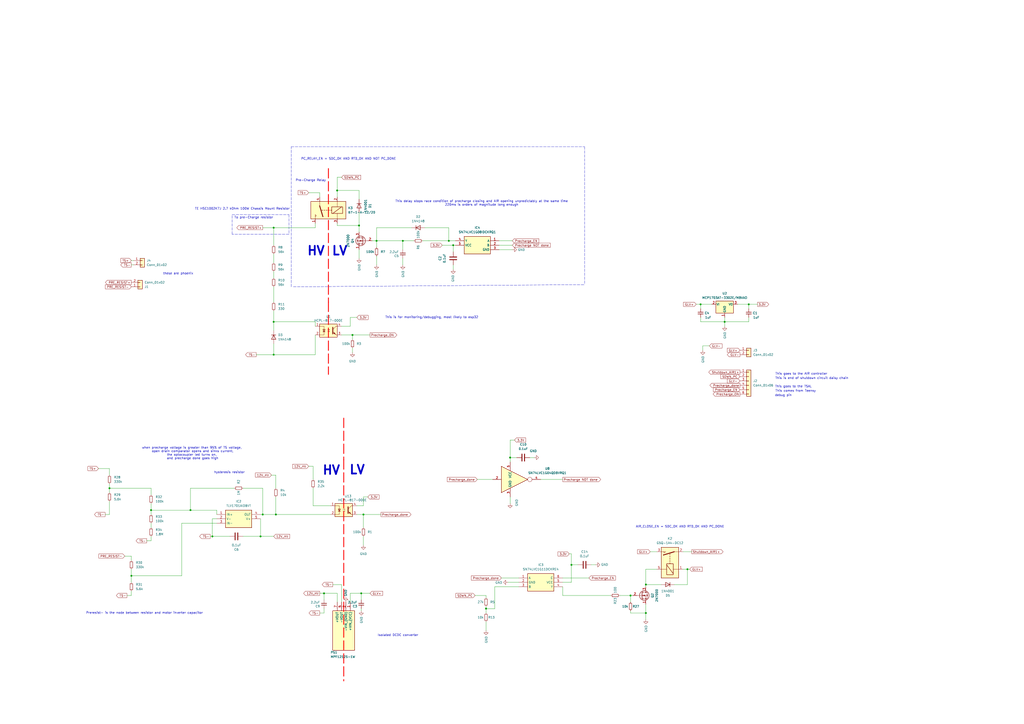
<source format=kicad_sch>
(kicad_sch (version 20250114) (generator "eeschema") (generator_version "9.0")
  (paper "A2")
  (title_block (title "Precharge Circuit") (date "2024-10-20") (rev "v10") (company "UCD Formula Student") (comment 1 "Original Author: Nebojša Cvetković") (comment 2 "Amended by: Darren Garrett in 2022 V09") (comment 3 "Amended by: Kieran Mcilreavy") (comment 4 "Amended by: Rebecca McDonald "))
  (text "This is end of shutdown circuit daisy chain" (at 470.916 219.456 0) (effects (font (size 1.27 1.27))))
  (text "This goes to the TSAL" (at 460.248 224.282 0) (effects (font (size 1.27 1.27))))
  (text "LV" (at 201.93 148.59 0) (effects (font (size 5.08 5.08) (thickness 1.016) (bold yes)) (justify right bottom)))
  (text "PC_RELAY_EN = SDC_OK AND RTD_OK AND NOT PC_DONE" (at 202.184 92.202 0) (effects (font (size 1.27 1.27))))
  (text "This comes from Teensy" (at 461.518 226.822 0) (effects (font (size 1.27 1.27))))
  (text "AIR_CLOSE_EN = SDC_OK AND RTD_OK AND PC_DONE" (at 394.462 305.562 0) (effects (font (size 1.27 1.27))))
  (text "This is for monitoring/debugging, most likely to esp32\n\n" (at 250.444 185.166 0) (effects (font (size 1.27 1.27))))
  (text "hysteresis resistor" (at 133.096 274.066 0) (effects (font (size 1.27 1.27))))
  (text "This goes to the AIR controller" (at 464.82 216.916 0) (effects (font (size 1.27 1.27))))
  (text "To pre-Charge resistor" (at 135.89 127 0) (effects (font (size 1.27 1.27)) (justify left bottom)))
  (text "TE HSC1002K7J 2.7 kOhm 100W Chassis Mount Resistor" (at 113.03 121.92 0) (effects (font (size 1.27 1.27)) (justify left bottom)))
  (text "Isolated DCDC converter" (at 230.886 368.554 0) (effects (font (size 1.27 1.27))))
  (text "debug pin" (at 454.406 229.362 0) (effects (font (size 1.27 1.27))))
  (text "HV" (at 186.69 275.844 0) (effects (font (size 5.08 5.08) (thickness 1.016) (bold yes)) (justify left bottom)))
  (text "LV" (at 212.09 275.59 0) (effects (font (size 5.08 5.08) (thickness 1.016) (bold yes)) (justify right bottom)))
  (text "when precharge voltage is greater than 95% of TS voltage, \nopen drain comparator opens and sinks current,\nthe optocoupler led turns on, \nand precharge done goes high" (at 111.76 262.89 0) (effects (font (size 1.27 1.27))))
  (text "Preresist- is the node between resistor and motor inverter capacitor" (at 83.82 355.6 0) (effects (font (size 1.27 1.27))))
  (text "HV" (at 177.8 148.59 0) (effects (font (size 5.08 5.08) (thickness 1.016) (bold yes)) (justify left bottom)))
  (text "these are phoenix" (at 103.378 158.75 0) (effects (font (size 1.27 1.27))))
  (text "This delay stops race condition of precharge closing and AIR opening unpredictably at the same time\n220ms is orders of magnitude long enough" (at 279.4 117.856 0) (effects (font (size 1.27 1.27))))
  (text "Pre-Charge Relay" (at 171.45 105.41 0) (effects (font (size 1.27 1.27)) (justify left bottom)))
  (junction (at 110.49 295.91))
  (junction (at 209.55 344.17))
  (junction (at 152.4 298.45))
  (junction (at 281.94 353.06))
  (junction (at 260.35 139.7))
  (junction (at 123.19 311.15))
  (junction (at 158.75 186.69))
  (junction (at 187.96 344.17))
  (junction (at 262.89 142.24))
  (junction (at 63.5 283.21))
  (junction (at 406.4 176.53))
  (junction (at 233.68 139.7))
  (junction (at 160.02 298.45))
  (junction (at 208.28 130.81))
  (junction (at 218.44 139.7))
  (junction (at 76.2 334.01))
  (junction (at 374.65 339.09))
  (junction (at 420.37 186.69))
  (junction (at 331.47 327.66))
  (junction (at 295.91 265.43))
  (junction (at 434.34 176.53))
  (junction (at 365.76 345.44))
  (junction (at 210.82 298.45))
  (junction (at 374.65 355.6))
  (junction (at 158.75 205.74))
  (junction (at 151.13 311.15))
  (junction (at 195.58 110.49))
  (junction (at 87.63 295.91))
  (junction (at 158.75 132.08))
  (junction (at 398.78 330.2))
  (junction (at 204.47 194.31))
  (wire (pts (xy 182.88 205.74) (xy 182.88 194.31)))
  (wire (pts (xy 57.15 271.78) (xy 63.5 271.78)))
  (wire (pts (xy 85.09 313.69) (xy 87.63 313.69)))
  (wire (pts (xy 365.76 345.44) (xy 365.76 349.25)))
  (wire (pts (xy 246.38 132.08) (xy 260.35 132.08)))
  (polyline (pts (xy 190.5 175.26) (xy 190.5 217.17)) (stroke (width 0.5) (type dash) (color 255 0 0 1)))
  (wire (pts (xy 359.41 345.44) (xy 365.76 345.44)))
  (wire (pts (xy 262.89 153.67) (xy 262.89 156.21)))
  (wire (pts (xy 72.39 322.58) (xy 76.2 322.58)))
  (wire (pts (xy 411.48 200.66) (xy 407.67 200.66)))
  (wire (pts (xy 185.42 344.17) (xy 187.96 344.17)))
  (wire (pts (xy 204.47 194.31) (xy 204.47 196.85)))
  (wire (pts (xy 76.2 334.01) (xy 76.2 337.82)))
  (wire (pts (xy 105.41 334.01) (xy 76.2 334.01)))
  (wire (pts (xy 290.83 335.28) (xy 300.99 335.28)))
  (wire (pts (xy 377.19 320.04) (xy 381 320.04)))
  (wire (pts (xy 297.18 144.78) (xy 289.56 144.78)))
  (wire (pts (xy 148.59 205.74) (xy 158.75 205.74)))
  (wire (pts (xy 295.91 255.27) (xy 295.91 265.43)))
  (wire (pts (xy 110.49 295.91) (xy 125.73 295.91)))
  (wire (pts (xy 123.19 311.15) (xy 133.35 311.15)))
  (wire (pts (xy 281.94 353.06) (xy 281.94 355.6)))
  (wire (pts (xy 365.76 355.6) (xy 374.65 355.6)))
  (wire (pts (xy 160.02 288.29) (xy 160.02 298.45)))
  (wire (pts (xy 374.65 359.41) (xy 374.65 355.6)))
  (wire (pts (xy 262.89 142.24) (xy 264.16 142.24)))
  (wire (pts (xy 158.75 166.37) (xy 158.75 175.26)))
  (wire (pts (xy 210.82 298.45) (xy 220.98 298.45)))
  (wire (pts (xy 63.5 271.78) (xy 63.5 275.59)))
  (wire (pts (xy 295.91 265.43) (xy 299.72 265.43)))
  (wire (pts (xy 287.02 340.36) (xy 300.99 340.36)))
  (wire (pts (xy 281.94 360.68) (xy 281.94 365.76)))
  (wire (pts (xy 63.5 290.83) (xy 63.5 298.45)))
  (wire (pts (xy 204.47 201.93) (xy 204.47 204.47)))
  (wire (pts (xy 383.54 339.09) (xy 374.65 339.09)))
  (wire (pts (xy 210.82 311.15) (xy 210.82 316.23)))
  (wire (pts (xy 434.34 176.53) (xy 427.99 176.53)))
  (wire (pts (xy 330.2 321.31) (xy 331.47 321.31)))
  (wire (pts (xy 204.47 194.31) (xy 214.63 194.31)))
  (wire (pts (xy 158.75 186.69) (xy 182.88 186.69)))
  (wire (pts (xy 434.34 184.15) (xy 434.34 186.69)))
  (wire (pts (xy 209.55 344.17) (xy 203.2 344.17)))
  (wire (pts (xy 152.4 298.45) (xy 160.02 298.45)))
  (wire (pts (xy 76.2 330.2) (xy 76.2 334.01)))
  (wire (pts (xy 152.4 132.08) (xy 158.75 132.08)))
  (wire (pts (xy 76.2 345.44) (xy 76.2 342.9)))
  (wire (pts (xy 87.63 295.91) (xy 110.49 295.91)))
  (wire (pts (xy 374.65 330.2) (xy 374.65 339.09)))
  (wire (pts (xy 203.2 184.15) (xy 207.01 184.15)))
  (wire (pts (xy 203.2 189.23) (xy 203.2 184.15)))
  (wire (pts (xy 157.48 275.59) (xy 160.02 275.59)))
  (wire (pts (xy 158.75 205.74) (xy 182.88 205.74)))
  (wire (pts (xy 87.63 311.15) (xy 87.63 313.69)))
  (wire (pts (xy 140.97 311.15) (xy 151.13 311.15)))
  (wire (pts (xy 233.68 139.7) (xy 240.03 139.7)))
  (wire (pts (xy 158.75 157.48) (xy 158.75 161.29)))
  (wire (pts (xy 256.54 142.24) (xy 262.89 142.24)))
  (wire (pts (xy 406.4 176.53) (xy 412.75 176.53)))
  (wire (pts (xy 403.86 176.53) (xy 406.4 176.53)))
  (wire (pts (xy 420.37 186.69) (xy 420.37 184.15)))
  (wire (pts (xy 203.2 344.17) (xy 203.2 349.25)))
  (wire (pts (xy 110.49 283.21) (xy 110.49 295.91)))
  (wire (pts (xy 158.75 186.69) (xy 158.75 191.77)))
  (wire (pts (xy 198.12 194.31) (xy 204.47 194.31)))
  (wire (pts (xy 374.65 330.2) (xy 381 330.2)))
  (wire (pts (xy 87.63 292.1) (xy 87.63 295.91)))
  (wire (pts (xy 209.55 353.06) (xy 209.55 354.33)))
  (wire (pts (xy 152.4 283.21) (xy 152.4 298.45)))
  (wire (pts (xy 187.96 347.98) (xy 187.96 344.17)))
  (wire (pts (xy 365.76 355.6) (xy 365.76 354.33)))
  (wire (pts (xy 281.94 345.44) (xy 281.94 346.71)))
  (wire (pts (xy 125.73 303.53) (xy 105.41 303.53)))
  (wire (pts (xy 218.44 139.7) (xy 215.9 139.7)))
  (wire (pts (xy 401.32 320.04) (xy 396.24 320.04)))
  (wire (pts (xy 374.65 339.09) (xy 374.65 340.36)))
  (wire (pts (xy 287.02 353.06) (xy 281.94 353.06)))
  (wire (pts (xy 365.76 345.44) (xy 367.03 345.44)))
  (wire (pts (xy 179.07 111.76) (xy 185.42 111.76)))
  (wire (pts (xy 185.42 111.76) (xy 185.42 114.3)))
  (wire (pts (xy 158.75 147.32) (xy 158.75 152.4)))
  (wire (pts (xy 262.89 146.05) (xy 262.89 142.24)))
  (polyline (pts (xy 167.64 135.89) (xy 134.62 135.89)) (stroke (width 0) (type dash)))
  (wire (pts (xy 195.58 344.17) (xy 195.58 349.25)))
  (wire (pts (xy 195.58 110.49) (xy 195.58 114.3)))
  (wire (pts (xy 342.9 327.66) (xy 345.44 327.66)))
  (wire (pts (xy 195.58 102.87) (xy 195.58 110.49)))
  (wire (pts (xy 326.39 345.44) (xy 326.39 340.36)))
  (wire (pts (xy 276.86 278.13) (xy 285.75 278.13)))
  (wire (pts (xy 207.01 298.45) (xy 210.82 298.45)))
  (wire (pts (xy 181.61 270.51) (xy 181.61 278.13)))
  (wire (pts (xy 287.02 340.36) (xy 287.02 353.06)))
  (wire (pts (xy 63.5 280.67) (xy 63.5 283.21)))
  (wire (pts (xy 245.11 139.7) (xy 260.35 139.7)))
  (wire (pts (xy 158.75 132.08) (xy 158.75 142.24)))
  (wire (pts (xy 331.47 327.66) (xy 331.47 337.82)))
  (wire (pts (xy 123.19 300.99) (xy 123.19 311.15)))
  (wire (pts (xy 198.12 102.87) (xy 195.58 102.87)))
  (wire (pts (xy 218.44 139.7) (xy 233.68 139.7)))
  (wire (pts (xy 218.44 148.59) (xy 218.44 153.67)))
  (wire (pts (xy 208.28 123.19) (xy 208.28 130.81)))
  (wire (pts (xy 298.45 255.27) (xy 295.91 255.27)))
  (wire (pts (xy 406.4 179.07) (xy 406.4 176.53)))
  (wire (pts (xy 63.5 283.21) (xy 87.63 283.21)))
  (wire (pts (xy 135.89 283.21) (xy 110.49 283.21)))
  (wire (pts (xy 151.13 298.45) (xy 152.4 298.45)))
  (wire (pts (xy 398.78 330.2) (xy 398.78 339.09)))
  (wire (pts (xy 295.91 265.43) (xy 295.91 267.97)))
  (wire (pts (xy 407.67 200.66) (xy 407.67 203.2)))
  (wire (pts (xy 87.63 295.91) (xy 87.63 298.45)))
  (wire (pts (xy 195.58 129.54) (xy 195.58 130.81)))
  (wire (pts (xy 195.58 130.81) (xy 208.28 130.81)))
  (wire (pts (xy 77.47 153.67) (xy 76.2 153.67)))
  (wire (pts (xy 210.82 298.45) (xy 210.82 306.07)))
  (wire (pts (xy 179.07 270.51) (xy 181.61 270.51)))
  (wire (pts (xy 218.44 139.7) (xy 218.44 143.51)))
  (wire (pts (xy 63.5 283.21) (xy 63.5 285.75)))
  (wire (pts (xy 160.02 275.59) (xy 160.02 283.21)))
  (polyline (pts (xy 190.5 97.79) (xy 190.5 175.26)) (stroke (width 0.5) (type dash) (color 255 0 0 1)))
  (wire (pts (xy 151.13 300.99) (xy 151.13 311.15)))
  (wire (pts (xy 181.61 283.21) (xy 181.61 293.37)))
  (polyline (pts (xy 168.91 85.09) (xy 339.09 85.09)) (stroke (width 0) (type dash)))
  (polyline (pts (xy 168.91 166.37) (xy 168.91 85.09)) (stroke (width 0) (type dash)))
  (polyline (pts (xy 339.09 85.09) (xy 339.09 165.1)) (stroke (width 0) (type dash)))
  (wire (pts (xy 87.63 283.21) (xy 87.63 287.02)))
  (wire (pts (xy 182.88 129.54) (xy 182.88 132.08)))
  (wire (pts (xy 193.04 339.09) (xy 198.12 339.09)))
  (wire (pts (xy 260.35 139.7) (xy 264.16 139.7)))
  (wire (pts (xy 300.99 337.82) (xy 294.64 337.82)))
  (wire (pts (xy 335.28 327.66) (xy 331.47 327.66)))
  (wire (pts (xy 210.82 293.37) (xy 210.82 288.29)))
  (wire (pts (xy 295.91 292.1) (xy 295.91 288.29)))
  (wire (pts (xy 326.39 345.44) (xy 354.33 345.44)))
  (wire (pts (xy 210.82 288.29) (xy 213.36 288.29)))
  (polyline (pts (xy 199.39 266.7) (xy 199.39 394.97)) (stroke (width 0.5) (type dash) (color 255 0 0 1)))
  (polyline (pts (xy 134.62 124.46) (xy 167.64 124.46)) (stroke (width 0) (type dash)))
  (wire (pts (xy 187.96 355.6) (xy 187.96 353.06)))
  (wire (pts (xy 121.92 311.15) (xy 123.19 311.15)))
  (wire (pts (xy 208.28 144.78) (xy 208.28 149.86)))
  (polyline (pts (xy 167.64 124.46) (xy 167.64 135.89)) (stroke (width 0) (type dash)))
  (wire (pts (xy 208.28 115.57) (xy 208.28 110.49)))
  (wire (pts (xy 398.78 330.2) (xy 396.24 330.2)))
  (wire (pts (xy 297.18 142.24) (xy 289.56 142.24)))
  (wire (pts (xy 326.39 335.28) (xy 341.63 335.28)))
  (wire (pts (xy 331.47 321.31) (xy 331.47 327.66)))
  (wire (pts (xy 281.94 351.79) (xy 281.94 353.06)))
  (wire (pts (xy 297.18 139.7) (xy 289.56 139.7)))
  (wire (pts (xy 207.01 293.37) (xy 210.82 293.37)))
  (wire (pts (xy 434.34 186.69) (xy 420.37 186.69)))
  (wire (pts (xy 400.05 330.2) (xy 398.78 330.2)))
  (wire (pts (xy 391.16 339.09) (xy 398.78 339.09)))
  (wire (pts (xy 309.88 265.43) (xy 307.34 265.43)))
  (wire (pts (xy 76.2 322.58) (xy 76.2 325.12)))
  (wire (pts (xy 406.4 186.69) (xy 420.37 186.69)))
  (wire (pts (xy 158.75 199.39) (xy 158.75 205.74)))
  (wire (pts (xy 326.39 337.82) (xy 331.47 337.82)))
  (wire (pts (xy 160.02 298.45) (xy 191.77 298.45)))
  (polyline (pts (xy 170.18 166.37) (xy 339.09 165.1)) (stroke (width 0) (type dash)))
  (wire (pts (xy 434.34 176.53) (xy 439.42 176.53)))
  (wire (pts (xy 181.61 293.37) (xy 191.77 293.37)))
  (wire (pts (xy 406.4 184.15) (xy 406.4 186.69)))
  (wire (pts (xy 87.63 303.53) (xy 87.63 306.07)))
  (wire (pts (xy 275.59 345.44) (xy 281.94 345.44)))
  (wire (pts (xy 158.75 132.08) (xy 182.88 132.08)))
  (wire (pts (xy 218.44 132.08) (xy 238.76 132.08)))
  (wire (pts (xy 313.69 278.13) (xy 326.39 278.13)))
  (wire (pts (xy 73.66 345.44) (xy 76.2 345.44)))
  (wire (pts (xy 125.73 300.99) (xy 123.19 300.99)))
  (wire (pts (xy 208.28 130.81) (xy 208.28 134.62)))
  (wire (pts (xy 434.34 179.07) (xy 434.34 176.53)))
  (wire (pts (xy 198.12 339.09) (xy 198.12 349.25)))
  (wire (pts (xy 105.41 303.53) (xy 105.41 334.01)))
  (wire (pts (xy 218.44 132.08) (xy 218.44 139.7)))
  (wire (pts (xy 185.42 355.6) (xy 187.96 355.6)))
  (wire (pts (xy 214.63 344.17) (xy 209.55 344.17)))
  (polyline (pts (xy 199.39 242.57) (xy 199.39 266.7)) (stroke (width 0.5) (type dash) (color 255 0 0 1)))
  (wire (pts (xy 63.5 298.45) (xy 60.96 298.45)))
  (wire (pts (xy 151.13 311.15) (xy 158.75 311.15)))
  (wire (pts (xy 233.68 149.86) (xy 233.68 153.67)))
  (wire (pts (xy 195.58 344.17) (xy 187.96 344.17)))
  (wire (pts (xy 158.75 180.34) (xy 158.75 186.69)))
  (wire (pts (xy 233.68 139.7) (xy 233.68 144.78)))
  (wire (pts (xy 77.47 151.13) (xy 76.2 151.13)))
  (polyline (pts (xy 134.62 135.89) (xy 134.62 124.46)) (stroke (width 0) (type dash)))
  (wire (pts (xy 209.55 344.17) (xy 209.55 347.98)))
  (wire (pts (xy 125.73 295.91) (xy 125.73 298.45)))
  (wire (pts (xy 182.88 186.69) (xy 182.88 189.23)))
  (wire (pts (xy 260.35 132.08) (xy 260.35 139.7)))
  (wire (pts (xy 140.97 283.21) (xy 152.4 283.21)))
  (wire (pts (xy 420.37 186.69) (xy 420.37 189.23)))
  (wire (pts (xy 208.28 110.49) (xy 195.58 110.49)))
  (wire (pts (xy 198.12 189.23) (xy 203.2 189.23)))
  (wire (pts (xy 374.65 350.52) (xy 374.65 355.6)))
  (global_label "TS-" (shape output) (at 60.96 298.45 180) (property "Intersheetrefs" "${INTERSHEET_REFS}" (effects (hide yes))))
  (global_label "3.3V" (shape input) (at 298.45 255.27 0) (property "Intersheetrefs" "${INTERSHEET_REFS}" (effects (hide yes))))
  (global_label "12V_HV" (shape input) (at 179.07 270.51 180) (property "Intersheetrefs" "${INTERSHEET_REFS}" (effects (hide yes))))
  (global_label "TS-" (shape output) (at 193.04 339.09 180) (property "Intersheetrefs" "${INTERSHEET_REFS}" (effects (hide yes))))
  (global_label "Precharge_ON" (shape output) (at 214.63 194.31 0) (property "Intersheetrefs" "${INTERSHEET_REFS}" (effects (hide yes))))
  (global_label "Precharge_done" (shape input) (at 276.86 278.13 180) (property "Intersheetrefs" "${INTERSHEET_REFS}" (effects (hide yes))))
  (global_label "3.3V" (shape input) (at 256.54 142.24 180) (property "Intersheetrefs" "${INTERSHEET_REFS}" (effects (hide yes))))
  (global_label "12V_HV" (shape input) (at 158.75 311.15 0) (property "Intersheetrefs" "${INTERSHEET_REFS}" (effects (hide yes))))
  (global_label "GLV-" (shape output) (at 429.26 205.74 180) (property "Intersheetrefs" "${INTERSHEET_REFS}" (effects (hide yes))))
  (global_label "Precharge NOT done" (shape output) (at 326.39 278.13 0) (property "Intersheetrefs" "${INTERSHEET_REFS}" (effects (hide yes))))
  (global_label "GLV+" (shape input) (at 429.26 203.2 180) (property "Intersheetrefs" "${INTERSHEET_REFS}" (effects (hide yes))))
  (global_label "Precharge_ON" (shape output) (at 429.26 228.6 180) (property "Intersheetrefs" "${INTERSHEET_REFS}" (effects (hide yes))))
  (global_label "12V_HV" (shape output) (at 185.42 344.17 180) (property "Intersheetrefs" "${INTERSHEET_REFS}" (effects (hide yes))))
  (global_label "Precharge_done" (shape input) (at 290.83 335.28 180) (property "Intersheetrefs" "${INTERSHEET_REFS}" (effects (hide yes))))
  (global_label "Precharge_EN" (shape input) (at 297.18 139.7 0) (property "Intersheetrefs" "${INTERSHEET_REFS}" (effects (hide yes))))
  (global_label "Precharge_EN" (shape input) (at 429.26 226.06 180) (property "Intersheetrefs" "${INTERSHEET_REFS}" (effects (hide yes))))
  (global_label "SDWN_PC" (shape input) (at 429.26 218.44 180) (property "Intersheetrefs" "${INTERSHEET_REFS}" (effects (hide yes))))
  (global_label "TS-" (shape output) (at 148.59 205.74 180) (property "Intersheetrefs" "${INTERSHEET_REFS}" (effects (hide yes))))
  (global_label "GLV+" (shape input) (at 403.86 176.53 180) (property "Intersheetrefs" "${INTERSHEET_REFS}" (effects (hide yes))))
  (global_label "GLV-" (shape input) (at 411.48 200.66 0) (property "Intersheetrefs" "${INTERSHEET_REFS}" (effects (hide yes))))
  (global_label "Shutdown_AIR1+" (shape output) (at 429.26 215.9 180) (property "Intersheetrefs" "${INTERSHEET_REFS}" (effects (hide yes))))
  (global_label "12V_HV" (shape input) (at 157.48 275.59 180) (property "Intersheetrefs" "${INTERSHEET_REFS}" (effects (hide yes))))
  (global_label "TS-" (shape output) (at 76.2 153.67 180) (property "Intersheetrefs" "${INTERSHEET_REFS}" (effects (hide yes))))
  (global_label "GLV+" (shape input) (at 377.19 320.04 180) (property "Intersheetrefs" "${INTERSHEET_REFS}" (effects (hide yes))))
  (global_label "TS+" (shape input) (at 179.07 111.76 180) (property "Intersheetrefs" "${INTERSHEET_REFS}" (effects (hide yes))))
  (global_label "3.3V" (shape input) (at 330.2 321.31 180) (property "Intersheetrefs" "${INTERSHEET_REFS}" (effects (hide yes))))
  (global_label "TS-" (shape output) (at 85.09 313.69 180) (property "Intersheetrefs" "${INTERSHEET_REFS}" (effects (hide yes))))
  (global_label "Precharge NOT done" (shape input) (at 297.18 142.24 0) (property "Intersheetrefs" "${INTERSHEET_REFS}" (effects (hide yes))))
  (global_label "TS-" (shape output) (at 73.66 345.44 180) (property "Intersheetrefs" "${INTERSHEET_REFS}" (effects (hide yes))))
  (global_label "3.3V" (shape input) (at 213.36 288.29 0) (property "Intersheetrefs" "${INTERSHEET_REFS}" (effects (hide yes))))
  (global_label "SDWN_PC" (shape input) (at 275.59 345.44 180) (property "Intersheetrefs" "${INTERSHEET_REFS}" (effects (hide yes))))
  (global_label "PRE_RESIST+" (shape output) (at 76.2 163.83 180) (property "Intersheetrefs" "${INTERSHEET_REFS}" (effects (hide yes))))
  (global_label "SDWN_PC" (shape input) (at 198.12 102.87 0) (property "Intersheetrefs" "${INTERSHEET_REFS}" (effects (hide yes))))
  (global_label "TS+" (shape input) (at 76.2 151.13 180) (property "Intersheetrefs" "${INTERSHEET_REFS}" (effects (hide yes))))
  (global_label "GLV-" (shape input) (at 429.26 220.98 180) (property "Intersheetrefs" "${INTERSHEET_REFS}" (effects (hide yes))))
  (global_label "GLV+" (shape input) (at 400.05 330.2 0) (property "Intersheetrefs" "${INTERSHEET_REFS}" (effects (hide yes))))
  (global_label "Precharge_EN" (shape input) (at 341.63 335.28 0) (property "Intersheetrefs" "${INTERSHEET_REFS}" (effects (hide yes))))
  (global_label "3.3V" (shape input) (at 207.01 184.15 0) (property "Intersheetrefs" "${INTERSHEET_REFS}" (effects (hide yes))))
  (global_label "Shutdown_AIR1+" (shape output) (at 401.32 320.04 0) (property "Intersheetrefs" "${INTERSHEET_REFS}" (effects (hide yes))))
  (global_label "PRE_RESIST+" (shape output) (at 152.4 132.08 180) (property "Intersheetrefs" "${INTERSHEET_REFS}" (effects (hide yes))))
  (global_label "TS-" (shape output) (at 185.42 355.6 180) (property "Intersheetrefs" "${INTERSHEET_REFS}" (effects (hide yes))))
  (global_label "PRE_RESIST-" (shape input) (at 76.2 166.37 180) (property "Intersheetrefs" "${INTERSHEET_REFS}" (effects (hide yes))))
  (global_label "PRE_RESIST-" (shape input) (at 72.39 322.58 180) (property "Intersheetrefs" "${INTERSHEET_REFS}" (effects (hide yes))))
  (global_label "Precharge_done" (shape output) (at 220.98 298.45 0) (property "Intersheetrefs" "${INTERSHEET_REFS}" (effects (hide yes))))
  (global_label "GLV+" (shape input) (at 214.63 344.17 0) (property "Intersheetrefs" "${INTERSHEET_REFS}" (effects (hide yes))))
  (global_label "3.3V" (shape output) (at 439.42 176.53 0) (property "Intersheetrefs" "${INTERSHEET_REFS}" (effects (hide yes))))
  (global_label "Precharge_done" (shape output) (at 429.26 223.52 180) (property "Intersheetrefs" "${INTERSHEET_REFS}" (effects (hide yes))))
  (global_label "TS+" (shape input) (at 57.15 271.78 180) (property "Intersheetrefs" "${INTERSHEET_REFS}" (effects (hide yes))))
  (global_label "TS-" (shape output) (at 121.92 311.15 180) (property "Intersheetrefs" "${INTERSHEET_REFS}" (effects (hide yes))))
  (symbol (lib_id "Connector_Generic:Conn_01x02") (at 434.34 203.2 0) (unit 1)
    (property "Reference" "J3" (at 436.88 203.1999 0) (effects (justify left)))
    (property "Value" "Conn_01x02" (at 436.88 205.7399 0) (effects (justify left)))
    (property "Footprint" "Connector_JST:JST_XH_B2B-XH-A_1x02_P2.50mm_Vertical" (effects (hide yes)))
    (property "Datasheet" "https://www.jst-mfg.com/product/pdf/eng/eXH.pdf" (effects (hide yes)))
    (property "Description" "Generic connector, single row, 01x02, script generated (kicad-library-utils/schlib/autogen/connector/)" (effects (hide yes)))
    (property "Part Number" "B6B-XH-A" (effects (hide yes)))
  )
  (symbol (lib_id "Device:R_Small") (at 365.76 351.79 180) (unit 1)
    (property "Reference" "R27" (at 370.84 351.79 0) (effects (justify left)))
    (property "Value" "10k" (at 364.49 351.7901 0) (effects (justify left)))
    (property "Footprint" "Resistor_THT:R_Axial_DIN0207_L6.3mm_D2.5mm_P10.16mm_Horizontal" (effects (hide yes)))
    (property "Datasheet" "https://www.farnell.com/datasheets/3436052.pdf?_gl=1*1pxxutc*_gcl_au*OTY1ODIxNDc3LjE3MzU0MDg2OTk" (effects (hide yes)))
    (property "Part Number" "MCF 0.25W 10K" (effects (hide yes)))
  )
  (symbol (lib_id "Device:C") (at 137.16 311.15 270) (unit 1)
    (property "Reference" "C6" (at 137.16 318.77 90))
    (property "Value" "0.1uF" (at 137.16 316.23 90))
    (property "Footprint" "FA14_Capacitor:FA18X7R1H104KNU00" (effects (hide yes)))
    (property "Datasheet" "https://www.farnell.com/datasheets/2923220.pdf" (effects (hide yes)))
    (property "Description" "Unpolarized capacitor" (effects (hide yes)))
    (property "Part Number" "FA18X7R1H104KNU00" (effects (hide yes)))
  )
  (symbol (lib_id "Device:R_Small") (at 210.82 308.61 180) (unit 1)
    (property "Reference" "R1" (at 215.9 308.61 0) (effects (justify left)))
    (property "Value" "100k" (at 209.55 308.6101 0) (effects (justify left)))
    (property "Footprint" "Resistor_THT:R_Axial_DIN0207_L6.3mm_D2.5mm_P10.16mm_Horizontal" (effects (hide yes)))
    (property "Datasheet" "https://www.farnell.com/datasheets/3436052.pdf?_gl=1*1pxxutc*_gcl_au*OTY1ODIxNDc3LjE3MzU0MDg2OTk" (effects (hide yes)))
    (property "Part Number" "MCF 0.25W 100K" (effects (hide yes)))
  )
  (symbol (lib_id "Device:R_Small") (at 181.61 280.67 180) (unit 1)
    (property "Reference" "R35" (at 184.15 279.3999 0) (effects (justify right)))
    (property "Value" "2.2k" (at 184.15 281.9399 0) (effects (justify right)))
    (property "Footprint" "Resistor_THT:R_Axial_DIN0207_L6.3mm_D2.5mm_P10.16mm_Horizontal" (effects (hide yes)))
    (property "Datasheet" "https://www.farnell.com/datasheets/3436052.pdf?_gl=1*1pxxutc*_gcl_au*OTY1ODIxNDc3LjE3MzU0MDg2OTk" (effects (hide yes)))
    (property "Part Number" "MCF 0.25W 2.2k" (effects (hide yes)))
  )
  (symbol (lib_id "Device:R_Small") (at 76.2 327.66 0) (unit 1)
    (property "Reference" "R30" (at 78.74 326.3899 0) (effects (justify left)))
    (property "Value" "330k" (at 78.74 328.9299 0) (effects (justify left)))
    (property "Footprint" "Resistor_THT:R_Axial_DIN0411_L9.9mm_D3.6mm_P12.70mm_Horizontal" (effects (hide yes)))
    (property "Datasheet" "https://www.farnell.com/datasheets/3436052.pdf?_gl=1*1pxxutc*_gcl_au*OTY1ODIxNDc3LjE3MzU0MDg2OTk" (effects (hide yes)))
    (property "Part Number" "MCF 0.5W 330K" (effects (hide yes)))
  )
  (symbol (lib_id "power:GND") (at 281.94 365.76 0) (unit 1)
    (property "Reference" "#PWR08" (effects (hide yes)))
    (property "Value" "GND" (at 282.067 369.0112 90) (effects (justify right)))
  )
  (symbol (lib_id "Device:R_Small") (at 218.44 146.05 180) (unit 1)
    (property "Reference" "R7" (at 223.52 146.05 0) (effects (justify left)))
    (property "Value" "100k" (at 217.17 146.0501 0) (effects (justify left)))
    (property "Footprint" "Resistor_THT:R_Axial_DIN0207_L6.3mm_D2.5mm_P10.16mm_Horizontal" (effects (hide yes)))
    (property "Datasheet" "https://www.farnell.com/datasheets/3436052.pdf?_gl=1*1pxxutc*_gcl_au*OTY1ODIxNDc3LjE3MzU0MDg2OTk" (effects (hide yes)))
    (property "Part Number" "MCF 0.25W 100K" (effects (hide yes)))
  )
  (symbol (lib_id "Device:C_Small") (at 187.96 350.52 180) (unit 1)
    (property "Reference" "C9" (at 185.6358 351.6694 0) (effects (justify left)))
    (property "Value" "2.2uF" (at 185.636 349.371 0) (effects (justify left)))
    (property "Footprint" "FA14_Capacitor:FA14X7R1H224KNU00" (effects (hide yes)))
    (property "Datasheet" "http://www.farnell.com/datasheets/2923220.pdf" (effects (hide yes)))
    (property "Part Number" "FA14X7R1H225KRU00" (effects (hide yes)))
  )
  (symbol (lib_id "SN74LVC1G11DCKRE4:SN74LVC1G11DCKRE4") (at 300.99 335.28 0) (unit 1)
    (property "Reference" "IC3" (at 313.69 327.66 0))
    (property "Value" "SN74LVC1G11DCKRE4" (at 313.69 330.2 0))
    (property "Footprint" "SOT65:SOT65P210X110-6N" (effects (hide yes)))
    (property "Datasheet" "https://www.ti.com/lit/gpn/sn74lvc1g11" (effects (hide yes)))
    (property "Description" "Logic Gates SNGL 3 Input Pos AND Gate" (effects (hide yes)))
    (property "Height" "1.1" (effects (hide yes)))
    (property "Mouser Part Number" "595-74LVC1G11DCKRE4" (effects (hide yes)))
    (property "Mouser Price/Stock" "https://www.mouser.co.uk/ProductDetail/Texas-Instruments/SN74LVC1G11DCKRE4?qs=nqigI8dpoHL8%2FN0V7XKQAA%3D%3D" (effects (hide yes)))
    (property "Manufacturer_Name" "Texas Instruments" (effects (hide yes)))
    (property "Manufacturer_Part_Number" "SN74LVC1G11DCKRE4" (effects (hide yes)))
    (property "Part Number" "SN74LVC1G11DCKRE4" (effects (hide yes)))
  )
  (symbol (lib_id "Device:R_Small") (at 160.02 285.75 180) (unit 1)
    (property "Reference" "R4" (at 162.56 284.4799 0) (effects (justify right)))
    (property "Value" "10k" (at 162.56 287.0199 0) (effects (justify right)))
    (property "Footprint" "Resistor_THT:R_Axial_DIN0207_L6.3mm_D2.5mm_P10.16mm_Horizontal" (effects (hide yes)))
    (property "Datasheet" "https://www.farnell.com/datasheets/3436052.pdf?_gl=1*1pxxutc*_gcl_au*OTY1ODIxNDc3LjE3MzU0MDg2OTk" (effects (hide yes)))
    (property "Part Number" "MCF 0.25W 10k" (effects (hide yes)))
  )
  (symbol (lib_id "Device:R_Small") (at 281.94 349.25 180) (unit 1)
    (property "Reference" "R5" (at 287.02 349.25 0) (effects (justify left)))
    (property "Value" "27k" (at 280.67 349.2501 0) (effects (justify left)))
    (property "Footprint" "Resistor_THT:R_Axial_DIN0207_L6.3mm_D2.5mm_P10.16mm_Horizontal" (effects (hide yes)))
    (property "Datasheet" "https://www.farnell.com/datasheets/3436052.pdf?_gl=1*1pxxutc*_gcl_au*OTY1ODIxNDc3LjE3MzU0MDg2OTk" (effects (hide yes)))
    (property "Part Number" "MCF 0.25W 27K" (effects (hide yes)))
  )
  (symbol (lib_id "power:GND") (at 233.68 153.67 0) (unit 1)
    (property "Reference" "#PWR012" (effects (hide yes)))
    (property "Value" "GND" (at 233.807 156.9212 90) (effects (justify right)))
  )
  (symbol (lib_id "Device:R_Small") (at 87.63 289.56 0) (unit 1)
    (property "Reference" "R32" (at 90.17 288.2899 0) (effects (justify left)))
    (property "Value" "100k" (at 90.17 290.8299 0) (effects (justify left)))
    (property "Footprint" "Resistor_THT:R_Axial_DIN0207_L6.3mm_D2.5mm_P10.16mm_Horizontal" (effects (hide yes)))
    (property "Datasheet" "https://www.farnell.com/datasheets/3436052.pdf?_gl=1*1pxxutc*_gcl_au*OTY1ODIxNDc3LjE3MzU0MDg2OTk" (effects (hide yes)))
    (property "Part Number" "MCF 0.25W 100K" (effects (hide yes)))
  )
  (symbol (lib_id "power:GND") (at 295.91 292.1 0) (unit 1)
    (property "Reference" "#PWR025" (effects (hide yes)))
    (property "Value" "GND" (at 299.72 289.56 90) (effects (justify right)))
  )
  (symbol (lib_id "tsal-rescue:C_Small-Device") (at 434.34 181.61 0) (unit 1)
    (property "Reference" "C1" (at 436.6768 181.61 0) (effects (justify left)))
    (property "Value" "1uF" (at 436.88 184.15 0) (effects (justify left)))
    (property "Footprint" "FA14_Capacitor:FA18X7R1H104KNU00" (effects (hide yes)))
    (property "Datasheet" "http://www.farnell.com/datasheets/2923220.pdf" (effects (hide yes)))
    (property "Part Number" "FA18X7R1E105KRU00" (effects (hide yes)))
  )
  (symbol (lib_id "Device:R_Small") (at 63.5 278.13 0) (unit 1)
    (property "Reference" "R28" (at 66.04 276.8599 0) (effects (justify left)))
    (property "Value" "330k" (at 66.04 279.3999 0) (effects (justify left)))
    (property "Footprint" "Resistor_THT:R_Axial_DIN0411_L9.9mm_D3.6mm_P12.70mm_Horizontal" (effects (hide yes)))
    (property "Datasheet" "https://www.farnell.com/datasheets/3436052.pdf?_gl=1*1pxxutc*_gcl_au*OTY1ODIxNDc3LjE3MzU0MDg2OTk" (effects (hide yes)))
    (property "Part Number" "MCF 0.5W 330K" (effects (hide yes)))
  )
  (symbol (lib_id "Device:R_Small") (at 158.75 154.94 0) (unit 1)
    (property "Reference" "R9" (at 161.29 153.6699 0) (effects (justify left)))
    (property "Value" "56k" (at 161.29 156.2099 0) (effects (justify left)))
    (property "Footprint" "Resistor_THT:R_Axial_DIN0411_L9.9mm_D3.6mm_P12.70mm_Horizontal" (effects (hide yes)))
    (property "Datasheet" "https://www.farnell.com/datasheets/3436052.pdf?_gl=1*1pxxutc*_gcl_au*OTY1ODIxNDc3LjE3MzU0MDg2OTk" (effects (hide yes)))
    (property "Part Number" "MCF 0.5W 56K" (effects (hide yes)))
  )
  (symbol (lib_id "power:GND") (at 210.82 316.23 0) (unit 1)
    (property "Reference" "#PWR01" (effects (hide yes)))
    (property "Value" "GND" (at 210.82 321.31 0))
  )
  (symbol (lib_id "Relay:G5Q-1A") (at 388.62 325.12 90) (unit 1)
    (property "Reference" "K2" (at 388.62 312.42 90))
    (property "Value" "G5Q-1A4-DC12" (at 388.62 314.96 90))
    (property "Footprint" "Relay_THT:Relay_SPST_Omron-G5Q-1A" (effects (hide yes)))
    (property "Datasheet" "https://www.omron.com/ecb/products/pdf/en-g5q.pdf" (effects (hide yes)))
    (property "Description" "Omron G5Q relay, Miniature Single Pole, SPST-NO, 10A" (effects (hide yes)))
    (property "Part Number" "G5Q-1A4-DC12" (effects (hide yes)))
  )
  (symbol (lib_id "tsal-rescue:C_Small-Device") (at 406.4 181.61 0) (unit 1)
    (property "Reference" "C4" (at 408.7368 181.61 0) (effects (justify left)))
    (property "Value" "1uF" (at 408.94 184.15 0) (effects (justify left)))
    (property "Footprint" "FA14_Capacitor:FA18X7R1H104KNU00" (effects (hide yes)))
    (property "Datasheet" "http://www.farnell.com/datasheets/2923220.pdf" (effects (hide yes)))
    (property "Part Number" "FA18X7R1E105KRU00" (effects (hide yes)))
  )
  (symbol (lib_id "power:GND") (at 297.18 144.78 90) (mirror x) (unit 1)
    (property "Reference" "#PWR011" (effects (hide yes)))
    (property "Value" "GND" (at 300.4312 144.907 90) (effects (justify right)))
  )
  (symbol (lib_id "Device:R_Small") (at 158.75 144.78 0) (unit 1)
    (property "Reference" "R8" (at 161.29 143.5099 0) (effects (justify left)))
    (property "Value" "56k" (at 161.29 146.0499 0) (effects (justify left)))
    (property "Footprint" "Resistor_THT:R_Axial_DIN0411_L9.9mm_D3.6mm_P12.70mm_Horizontal" (effects (hide yes)))
    (property "Datasheet" "https://www.farnell.com/datasheets/3436052.pdf?_gl=1*1pxxutc*_gcl_au*OTY1ODIxNDc3LjE3MzU0MDg2OTk" (effects (hide yes)))
    (property "Part Number" "MCF 0.5W 56K" (effects (hide yes)))
  )
  (symbol (lib_id "Device:R_Small") (at 158.75 163.83 0) (unit 1)
    (property "Reference" "R10" (at 161.29 162.5599 0) (effects (justify left)))
    (property "Value" "56k" (at 161.29 165.0999 0) (effects (justify left)))
    (property "Footprint" "Resistor_THT:R_Axial_DIN0411_L9.9mm_D3.6mm_P12.70mm_Horizontal" (effects (hide yes)))
    (property "Datasheet" "https://www.farnell.com/datasheets/3436052.pdf?_gl=1*1pxxutc*_gcl_au*OTY1ODIxNDc3LjE3MzU0MDg2OTk" (effects (hide yes)))
    (property "Part Number" "MCF 0.5W 56K" (effects (hide yes)))
  )
  (symbol (lib_id "Device:D") (at 387.35 339.09 180) (unit 1)
    (property "Reference" "D5" (at 387.35 345.44 0))
    (property "Value" "1N4001" (at 387.35 342.9 0))
    (property "Footprint" "Diode_THT:D_DO-41_SOD81_P10.16mm_Horizontal" (effects (hide yes)))
    (property "Datasheet" "https://www.vishay.com/docs/88503/1n4001.pdf" (effects (hide yes)))
    (property "Description" "Diode" (effects (hide yes)))
    (property "Part Number" "1N4001" (effects (hide yes)))
  )
  (symbol (lib_id "Connector_Generic:Conn_01x02") (at 82.55 151.13 0) (unit 1)
    (property "Reference" "J4" (at 85.09 151.1299 0) (effects (justify left)))
    (property "Value" "Conn_01x02" (at 85.09 153.6699 0) (effects (justify left)))
    (property "Footprint" "Phoenix 1x2 Connector:Phoenix_1x2_1729128" (effects (hide yes)))
    (property "Datasheet" "https://www.phoenixcontact.com/en-us/products/printed-circuit-board-terminal-mkdsn-15-2-508-1729128?type=pdf" (effects (hide yes)))
    (property "Description" "Generic connector, single row, 01x02, script generated (kicad-library-utils/schlib/autogen/connector/)" (effects (hide yes)))
    (property "Part Number" "1729128" (effects (hide yes)))
  )
  (symbol (lib_id "Connector_Generic:Conn_01x06") (at 434.34 220.98 0) (unit 1)
    (property "Reference" "J2" (at 436.88 220.9799 0) (effects (justify left)))
    (property "Value" "Conn_01x06" (at 436.88 223.5199 0) (effects (justify left)))
    (property "Footprint" "Connector_JST:JST_XH_B6B-XH-A_1x06_P2.50mm_Vertical" (effects (hide yes)))
    (property "Datasheet" "https://www.jst-mfg.com/product/pdf/eng/eXH.pdf" (effects (hide yes)))
    (property "Description" "Generic connector, single row, 01x06, script generated (kicad-library-utils/schlib/autogen/connector/)" (effects (hide yes)))
    (property "Part Number" "B6B-XH-A" (effects (hide yes)))
  )
  (symbol (lib_id "Device:R_Small") (at 281.94 358.14 180) (unit 1)
    (property "Reference" "R13" (at 287.02 358.14 0) (effects (justify left)))
    (property "Value" "10k" (at 280.67 358.1401 0) (effects (justify left)))
    (property "Footprint" "Resistor_THT:R_Axial_DIN0207_L6.3mm_D2.5mm_P10.16mm_Horizontal" (effects (hide yes)))
    (property "Datasheet" "https://www.farnell.com/datasheets/3436052.pdf?_gl=1*1pxxutc*_gcl_au*OTY1ODIxNDc3LjE3MzU0MDg2OTk" (effects (hide yes)))
    (property "Part Number" "MCF 0.25W 10K" (effects (hide yes)))
  )
  (symbol (lib_id "power:GND") (at 262.89 156.21 0) (mirror y) (unit 1)
    (property "Reference" "#PWR07" (effects (hide yes)))
    (property "Value" "GND" (at 262.763 159.4612 90) (effects (justify right)))
  )
  (symbol (lib_id "Device:C") (at 339.09 327.66 90) (unit 1)
    (property "Reference" "C14" (at 339.09 320.04 90))
    (property "Value" "0.1uF" (at 339.09 322.58 90))
    (property "Footprint" "FA14_Capacitor:FA18X7R1H104KNU00" (effects (hide yes)))
    (property "Datasheet" "https://www.farnell.com/datasheets/2923220.pdf" (effects (hide yes)))
    (property "Description" "Unpolarized capacitor" (effects (hide yes)))
    (property "Part Number" "FA18X7R1H104KNU00" (effects (hide yes)))
  )
  (symbol (lib_id "Isolator:LTV-817") (at 199.39 295.91 0) (unit 1)
    (property "Reference" "U13" (at 201.93 287.7882 0))
    (property "Value" "HCPL-817-000E" (at 204.47 290.0869 0))
    (property "Footprint" "Package_DIP:DIP-4_W7.62mm" (effects (hide yes)))
    (property "Datasheet" "https://www.mouser.ie/datasheet/2/678/AV02_0265EN_2021_04_26-2935641.pdf" (effects (hide yes)))
    (property "Part Number" "HCPL-817-000E" (effects (hide yes)))
  )
  (symbol (lib_id "Transistor_FET:2N7000") (at 372.11 345.44 0) (unit 1)
    (property "Reference" "Q2" (at 378.46 345.44 90))
    (property "Value" "2N7000" (at 381 345.44 90))
    (property "Footprint" "Package_TO_SOT_THT:TO-92_Inline" (effects (hide yes)))
    (property "Datasheet" "https://www.onsemi.com/download/data-sheet/pdf/nds7002a-d.pdf" (effects (hide yes)))
    (property "Description" "0.2A Id, 200V Vds, N-Channel MOSFET, 2.6V Logic Level, TO-92" (effects (hide yes)))
    (property "Part Number" "2N7000" (effects (hide yes)))
  )
  (symbol (lib_id "Device:R_Small") (at 158.75 177.8 180) (unit 1)
    (property "Reference" "R11" (at 161.29 176.5299 0) (effects (justify right)))
    (property "Value" "330" (at 161.29 179.0699 0) (effects (justify right)))
    (property "Footprint" "Resistor_THT:R_Axial_DIN0207_L6.3mm_D2.5mm_P10.16mm_Horizontal" (effects (hide yes)))
    (property "Datasheet" "https://www.farnell.com/datasheets/3436052.pdf?_gl=1*1pxxutc*_gcl_au*OTY1ODIxNDc3LjE3MzU0MDg2OTk" (effects (hide yes)))
    (property "Part Number" "MCF 0.25W 330" (effects (hide yes)))
  )
  (symbol (lib_id "power:GND") (at 208.28 149.86 0) (unit 1)
    (property "Reference" "#PWR013" (effects (hide yes)))
    (property "Value" "GND" (at 208.407 153.1112 90) (effects (justify right)))
  )
  (symbol (lib_id "Device:C") (at 262.89 149.86 0) (mirror y) (unit 1)
    (property "Reference" "C2" (at 255.27 149.86 90))
    (property "Value" "0.1uF" (at 257.81 149.86 90))
    (property "Footprint" "FA14_Capacitor:FA18X7R1H104KNU00" (effects (hide yes)))
    (property "Datasheet" "https://www.farnell.com/datasheets/2923220.pdf" (effects (hide yes)))
    (property "Description" "Unpolarized capacitor" (effects (hide yes)))
    (property "Part Number" "FA18X7R1H104KNU00" (effects (hide yes)))
  )
  (symbol (lib_id "power:GND") (at 420.37 189.23 0) (unit 1)
    (property "Reference" "#PWR010" (effects (hide yes)))
    (property "Value" "GND" (at 420.497 192.4812 90) (effects (justify right)))
  )
  (symbol (lib_id "Connector_Generic:Conn_01x02") (at 81.28 166.37 0) (mirror x) (unit 1)
    (property "Reference" "J1" (at 83.82 166.3701 0) (effects (justify left)))
    (property "Value" "Conn_01x02" (at 83.82 163.8301 0) (effects (justify left)))
    (property "Footprint" "Phoenix 1x2 Connector:Phoenix_1x2_1729128" (effects (hide yes)))
    (property "Datasheet" "https://www.phoenixcontact.com/en-us/products/printed-circuit-board-terminal-mkdsn-15-2-508-1729128?type=pdf" (effects (hide yes)))
    (property "Description" "Generic connector, single row, 01x02, script generated (kicad-library-utils/schlib/autogen/connector/)" (effects (hide yes)))
    (property "Part Number" "1729128" (effects (hide yes)))
  )
  (symbol (lib_id "Device:R_Small") (at 87.63 300.99 0) (unit 1)
    (property "Reference" "R33" (at 90.17 299.7199 0) (effects (justify left)))
    (property "Value" "100k" (at 90.17 302.2599 0) (effects (justify left)))
    (property "Footprint" "Resistor_THT:R_Axial_DIN0207_L6.3mm_D2.5mm_P10.16mm_Horizontal" (effects (hide yes)))
    (property "Datasheet" "https://www.farnell.com/datasheets/3436052.pdf?_gl=1*1pxxutc*_gcl_au*OTY1ODIxNDc3LjE3MzU0MDg2OTk" (effects (hide yes)))
    (property "Part Number" "MCF 0.25W 100K" (effects (hide yes)))
  )
  (symbol (lib_id "power:GND") (at 209.55 354.33 0) (unit 1)
    (property "Reference" "#PWR04" (effects (hide yes)))
    (property "Value" "GND" (at 209.677 357.5812 90) (effects (justify right)))
  )
  (symbol (lib_id "power:GND") (at 218.44 153.67 0) (unit 1)
    (property "Reference" "#PWR05" (effects (hide yes)))
    (property "Value" "GND" (at 218.567 156.9212 90) (effects (justify right)))
  )
  (symbol (lib_id "power:GND") (at 345.44 327.66 90) (unit 1)
    (property "Reference" "#PWR09" (effects (hide yes)))
    (property "Value" "GND" (at 348.6912 327.533 90) (effects (justify right)))
  )
  (symbol (lib_id "SN74LVC1G08IDCKRQ1:SN74LVC1G08IDCKRQ1") (at 289.56 139.7 0) (mirror y) (unit 1)
    (property "Reference" "IC4" (at 276.86 132.08 0))
    (property "Value" "SN74LVC1G08IDCKRQ1" (at 276.86 134.62 0))
    (property "Footprint" "AND:SOT65P210X110-5N" (effects (hide yes)))
    (property "Datasheet" "https://www.arrow.com/en/products/sn74lvc1g08idckrq1/texas-instruments" (effects (hide yes)))
    (property "Description" "AND Gate 1-Element 2-IN CMOS Automotive 5-Pin SC-70 T/R" (effects (hide yes)))
    (property "Height" "1.1" (effects (hide yes)))
    (property "Mouser Part Number" "595-SN74LVC1G08IDCQ1" (effects (hide yes)))
    (property "Mouser Price/Stock" "https://www.mouser.co.uk/ProductDetail/Texas-Instruments/SN74LVC1G08IDCKRQ1?qs=PVVDbbWpW3Lkn1m22anGsw%3D%3D" (effects (hide yes)))
    (property "Manufacturer_Name" "Texas Instruments" (effects (hide yes)))
    (property "Manufacturer_Part_Number" "SN74LVC1G08IDCKRQ1" (effects (hide yes)))
    (property "Part Number" "SN74LVC1G08IDCKRQ1" (effects (hide yes)))
  )
  (symbol (lib_id "Device:R_Small") (at 204.47 199.39 180) (unit 1)
    (property "Reference" "R3" (at 209.55 199.39 0) (effects (justify left)))
    (property "Value" "100k" (at 203.2 199.3901 0) (effects (justify left)))
    (property "Footprint" "Resistor_THT:R_Axial_DIN0207_L6.3mm_D2.5mm_P10.16mm_Horizontal" (effects (hide yes)))
    (property "Datasheet" "https://www.farnell.com/datasheets/3436052.pdf?_gl=1*1pxxutc*_gcl_au*OTY1ODIxNDc3LjE3MzU0MDg2OTk" (effects (hide yes)))
    (property "Part Number" "MCF 0.25W 100K" (effects (hide yes)))
  )
  (symbol (lib_id "Device:R_Small") (at 138.43 283.21 90) (mirror x) (unit 1)
    (property "Reference" "R2" (at 138.43 278.13 0) (effects (justify left)))
    (property "Value" "1M" (at 138.4299 284.48 0) (effects (justify left)))
    (property "Footprint" "Resistor_THT:R_Axial_DIN0207_L6.3mm_D2.5mm_P10.16mm_Horizontal" (effects (hide yes)))
    (property "Datasheet" "https://www.farnell.com/datasheets/3436052.pdf?_gl=1*1pxxutc*_gcl_au*OTY1ODIxNDc3LjE3MzU0MDg2OTk" (effects (hide yes)))
    (property "Part Number" "MCF 0.25W 1M" (effects (hide yes)))
  )
  (symbol (lib_id "Device:R_Small") (at 242.57 139.7 90) (unit 1)
    (property "Reference" "R6" (at 242.57 144.78 0) (effects (justify left)))
    (property "Value" "100k" (at 242.5699 138.43 0) (effects (justify left)))
    (property "Footprint" "Resistor_THT:R_Axial_DIN0207_L6.3mm_D2.5mm_P10.16mm_Horizontal" (effects (hide yes)))
    (property "Datasheet" "https://www.farnell.com/datasheets/3436052.pdf?_gl=1*1pxxutc*_gcl_au*OTY1ODIxNDc3LjE3MzU0MDg2OTk" (effects (hide yes)))
    (property "Part Number" "MCF 0.25W 100K" (effects (hide yes)))
  )
  (symbol (lib_id "power:GND") (at 407.67 203.2 0) (unit 1)
    (property "Reference" "#PWR0101" (effects (hide yes)))
    (property "Value" "GND" (at 407.797 206.4512 90) (effects (justify right)))
  )
  (symbol (lib_id "Device:C") (at 303.53 265.43 90) (unit 1)
    (property "Reference" "C10" (at 303.53 257.81 90))
    (property "Value" "0.1uF" (at 303.53 260.35 90))
    (property "Footprint" "FA14_Capacitor:FA18X7R1H104KNU00" (effects (hide yes)))
    (property "Datasheet" "https://www.farnell.com/datasheets/2923220.pdf" (effects (hide yes)))
    (property "Description" "Unpolarized capacitor" (effects (hide yes)))
    (property "Part Number" "FA18X7R1H104KNU00" (effects (hide yes)))
  )
  (symbol (lib_id "Diode:1N4148") (at 158.75 195.58 270) (unit 1)
    (property "Reference" "D3" (at 161.29 194.3099 90) (effects (justify left)))
    (property "Value" "1N4148" (at 161.29 196.8499 90) (effects (justify left)))
    (property "Footprint" "Diode_THT:D_DO-35_SOD27_P7.62mm_Horizontal" (effects (hide yes)))
    (property "Datasheet" "https://www.mouser.ie/datasheet/3/101/1/1N914-D.PDF" (effects (hide yes)))
    (property "Description" "100V 0.15A standard switching diode, DO-35" (effects (hide yes)))
    (property "Sim.Device" "D" (effects (hide yes)))
    (property "Sim.Pins" "1=K 2=A" (effects (hide yes)))
    (property "Part Number" "1N4148" (effects (hide yes)))
  )
  (symbol (lib_id "Device:R_Small") (at 356.87 345.44 90) (unit 1)
    (property "Reference" "R23" (at 356.87 350.52 0) (effects (justify left)))
    (property "Value" "100" (at 356.8699 344.17 0) (effects (justify left)))
    (property "Footprint" "Resistor_THT:R_Axial_DIN0207_L6.3mm_D2.5mm_P10.16mm_Horizontal" (effects (hide yes)))
    (property "Datasheet" "https://www.farnell.com/datasheets/3436052.pdf?_gl=1*1pxxutc*_gcl_au*OTY1ODIxNDc3LjE3MzU0MDg2OTk" (effects (hide yes)))
    (property "Part Number" "MCF 0.25W 100R" (effects (hide yes)))
  )
  (symbol (lib_id "Device:R_Small") (at 87.63 308.61 0) (unit 1)
    (property "Reference" "R34" (at 90.17 307.3399 0) (effects (justify left)))
    (property "Value" "1.8M" (at 90.17 309.8799 0) (effects (justify left)))
    (property "Footprint" "Resistor_THT:R_Axial_DIN0207_L6.3mm_D2.5mm_P10.16mm_Horizontal" (effects (hide yes)))
    (property "Datasheet" "https://www.farnell.com/datasheets/3436052.pdf?_gl=1*1pxxutc*_gcl_au*OTY1ODIxNDc3LjE3MzU0MDg2OTk" (effects (hide yes)))
    (property "Part Number" "MCF 0.25W 1.8M" (effects (hide yes)))
  )
  (symbol (lib_id "TBA_1-1212HI:TBA_1-1212HI") (at 203.2 349.25 270) (unit 1)
    (property "Reference" "PS1" (at 191.77 378.46 90) (effects (justify left)))
    (property "Value" "MPF1212S-1W" (at 191.77 381 90) (effects (justify left)))
    (property "Footprint" "MPF1212S-1W:MPF1212S-1W" (effects (hide yes)))
    (property "Datasheet" "http://www.farnell.com/datasheets/3195163.pdf" (effects (hide yes)))
    (property "Description" "1 Watt DC/DC converter, industrial, +/-10% input, short circuit protection, 3000 VDC isolation, unregulated, encapsulated, SIP-7" (effects (hide yes)))
    (property "Part Number" "MPF1212S-1W" (effects (hide yes)))
  )
  (symbol (lib_id "Transistor_FET:2N7000") (at 210.82 139.7 0) (mirror y) (unit 1)
    (property "Reference" "Q4" (at 204.47 139.7 90))
    (property "Value" "2N7000" (at 201.93 139.7 90))
    (property "Footprint" "Package_TO_SOT_THT:TO-92_Inline" (effects (hide yes)))
    (property "Datasheet" "https://www.onsemi.com/download/data-sheet/pdf/nds7002a-d.pdf" (effects (hide yes)))
    (property "Description" "0.2A Id, 200V Vds, N-Channel MOSFET, 2.6V Logic Level, TO-92" (effects (hide yes)))
    (property "Part Number" "2N7000" (effects (hide yes)))
  )
  (symbol (lib_id "Device:C_Small") (at 209.55 350.52 180) (unit 1)
    (property "Reference" "C3" (at 207.2258 351.6694 0) (effects (justify left)))
    (property "Value" "2.2uF" (at 207.226 349.371 0) (effects (justify left)))
    (property "Footprint" "FA14_Capacitor:FA14X7R1H224KNU00" (effects (hide yes)))
    (property "Datasheet" "http://www.farnell.com/datasheets/2923220.pdf" (effects (hide yes)))
    (property "Part Number" "FA14X7R1H225KRU00" (effects (hide yes)))
  )
  (symbol (lib_id "power:GND") (at 204.47 204.47 0) (unit 1)
    (property "Reference" "#PWR03" (effects (hide yes)))
    (property "Value" "GND" (at 204.47 209.55 0))
  )
  (symbol (lib_id "power:GND") (at 374.65 359.41 0) (unit 1)
    (property "Reference" "#PWR024" (effects (hide yes)))
    (property "Value" "GND" (at 374.777 362.6612 90) (effects (justify right)))
  )
  (symbol (lib_id "Device:R_Small") (at 63.5 288.29 0) (unit 1)
    (property "Reference" "R29" (at 66.04 287.0199 0) (effects (justify left)))
    (property "Value" "5.6k" (at 66.04 289.5599 0) (effects (justify left)))
    (property "Footprint" "Resistor_THT:R_Axial_DIN0207_L6.3mm_D2.5mm_P10.16mm_Horizontal" (effects (hide yes)))
    (property "Datasheet" "https://www.farnell.com/datasheets/3436052.pdf?_gl=1*1pxxutc*_gcl_au*OTY1ODIxNDc3LjE3MzU0MDg2OTk" (effects (hide yes)))
    (property "Part Number" "MCF 0.25W 5K6" (effects (hide yes)))
  )
  (symbol (lib_id "Device:D") (at 208.28 119.38 270) (unit 1)
    (property "Reference" "D1" (at 214.63 119.38 0))
    (property "Value" "1N4001" (at 212.09 119.38 0))
    (property "Footprint" "Diode_THT:D_DO-41_SOD81_P10.16mm_Horizontal" (effects (hide yes)))
    (property "Datasheet" "https://www.vishay.com/docs/88503/1n4001.pdf" (effects (hide yes)))
    (property "Description" "Diode" (effects (hide yes)))
    (property "Part Number" "1N4001" (effects (hide yes)))
  )
  (symbol (lib_id "power:GND") (at 309.88 265.43 90) (unit 1)
    (property "Reference" "#PWR026" (effects (hide yes)))
    (property "Value" "GND" (at 307.34 261.62 90) (effects (justify right)))
  )
  (symbol (lib_id "power:GND") (at 294.64 337.82 270) (unit 1)
    (property "Reference" "#PWR06" (effects (hide yes)))
    (property "Value" "GND" (at 291.3888 337.947 90) (effects (justify right)))
  )
  (symbol (lib_id "TLV1701AIDBVT:TLV1701AIDBVT") (at 125.73 298.45 0) (unit 1)
    (property "Reference" "IC2" (at 138.43 290.83 0))
    (property "Value" "TLV1701AIDBVT" (at 138.43 293.37 0))
    (property "Footprint" "TLV1701AIDBVT:SOT95P280X145-5N" (effects (hide yes)))
    (property "Datasheet" "http://www.ti.com/lit/gpn/tlv1701" (effects (hide yes)))
    (property "Description" "Texas Instruments TLV1701AIDBVT Comparator," (effects (hide yes)))
    (property "Height" "1.45" (effects (hide yes)))
    (property "Mouser Part Number" "595-TLV1701AIDBVT" (effects (hide yes)))
    (property "Mouser Price/Stock" "https://www.mouser.co.uk/ProductDetail/Texas-Instruments/TLV1701AIDBVT?qs=ifm8N2KdrcZNicY%2FAQXkNA%3D%3D" (effects (hide yes)))
    (property "Manufacturer_Name" "Texas Instruments" (effects (hide yes)))
    (property "Manufacturer_Part_Number" "TLV1701AIDBVT" (effects (hide yes)))
    (property "Part Number" "TLV1701AIDBVT" (effects (hide yes)))
  )
  (symbol (lib_id "Isolator:LTV-817") (at 190.5 191.77 0) (unit 1)
    (property "Reference" "U1" (at 190.5 183.6482 0))
    (property "Value" "HCPL-817-000E" (at 190.5 185.9469 0))
    (property "Footprint" "Package_DIP:DIP-4_W7.62mm" (effects (hide yes)))
    (property "Datasheet" "https://www.mouser.ie/datasheet/2/678/AV02_0265EN_2021_04_26-2935641.pdf" (effects (hide yes)))
    (property "Part Number" "HCPL-817-000E" (effects (hide yes)))
  )
  (symbol (lib_id "Diode:1N4148") (at 242.57 132.08 0) (unit 1)
    (property "Reference" "D2" (at 242.57 125.73 0))
    (property "Value" "1N4148" (at 242.57 128.27 0))
    (property "Footprint" "Diode_THT:D_DO-35_SOD27_P7.62mm_Horizontal" (effects (hide yes)))
    (property "Datasheet" "https://www.mouser.ie/datasheet/3/101/1/1N914-D.PDF" (effects (hide yes)))
    (property "Description" "100V 0.15A standard switching diode, DO-35" (effects (hide yes)))
    (property "Sim.Device" "D" (effects (hide yes)))
    (property "Sim.Pins" "1=K 2=A" (effects (hide yes)))
    (property "Part Number" "1N4148" (effects (hide yes)))
  )
  (symbol (lib_id "Regulator_Linear:MCP1703Ax-300xxMB") (at 420.37 176.53 0) (unit 1)
    (property "Reference" "U2" (at 420.37 170.18 0))
    (property "Value" "MCP1703AT-3302E/MBVAO" (at 420.37 172.72 0))
    (property "Footprint" "Package_TO_SOT_SMD:SOT-89-3" (effects (hide yes)))
    (property "Datasheet" "http://ww1.microchip.com/downloads/en/DeviceDoc/20005122B.pdf" (effects (hide yes)))
    (property "Description" "Low Quiescent Current LDO Regulator, 3.0V, 250mA, Vin<=16V, SOT-89" (effects (hide yes)))
    (property "Part Number" "MCP1703AT-3302E/MBVAO" (effects (hide yes)))
  )
  (symbol (lib_id "Relay:Fujitsu_FTR-LYAA005x") (at 190.5 121.92 180) (unit 1)
    (property "Reference" "K3" (at 201.93 120.6499 0) (effects (justify right)))
    (property "Value" "67-1-A-12/2D" (at 201.93 123.1899 0) (effects (justify right)))
    (property "Footprint" "Pickering Relay:67-1-A-12_2D" (effects (hide yes)))
    (property "Datasheet" "http://www.farnell.com/datasheets/3716009.pdf" (effects (hide yes)))
    (property "Part Number" "67-1-A-12/2D" (effects (hide yes)))
  )
  (symbol (lib_id "74xGxx:74LVC1GU04DRL") (at 295.91 278.13 0) (unit 1)
    (property "Reference" "U8" (at 317.5 271.8114 0))
    (property "Value" "SN74LVC1G04QDBVRQ1" (at 317.5 274.3514 0))
    (property "Footprint" "Package_TO_SOT_SMD:SOT-23-5" (effects (hide yes)))
    (property "Datasheet" "https://www.ti.com/lit/ds/symlink/sn74lvc1g04-q1.pdf?ts=1769790994920&ref_url=https%253A%252F%252Fwww.ti.com%252Fproduct%252FSN74LVC1G04-Q1%253Futm_source%253Dgoogle%2526utm_medium%253Dcpc%2526utm_campaign%253Dasc-int-null-44700045788370281_prodfolderdynamic-cpc-pf-google-eu_en_int%2526utm_content%253Dprodfolddynamic%2526ds_k%253DDYNAMIC+SEARCH+ADS%2526DCM%253Dyes%2526gclsrc%253Daw.ds%2526gad_source%253D1%2526gad_campaignid%253D19986097158%2526gbraid%253D0AAAAAC068F0fpBCAHRQzdiYR5ZH1pAS9r%2526gclid%253DCj0KCQiAyvHLBhDlARIsAHxl6xpWbozcNXrMhUW4Ae7a2BLoCwemCPV8kKeqLZTtGhXvQCSpkPl4bX4aAha_EALw_wcB" (effects (hide yes)))
    (property "Description" "Single Inverter Gate," (effects (hide yes)))
    (property "Part Number" "SN74LVC1G04QDBVRQ1" (effects (hide yes)))
  )
  (symbol (lib_id "power:GND") (at 200.66 349.25 180) (unit 1)
    (property "Reference" "#PWR02" (effects (hide yes)))
    (property "Value" "GND" (at 200.533 345.9988 90) (effects (justify right)))
  )
  (symbol (lib_id "Device:C_Small") (at 233.68 147.32 180) (unit 1)
    (property "Reference" "C5" (at 231.3558 148.4694 0) (effects (justify left)))
    (property "Value" "2.2uF" (at 231.356 146.171 0) (effects (justify left)))
    (property "Footprint" "FA14_Capacitor:FA14X7R1H224KNU00" (effects (hide yes)))
    (property "Datasheet" "http://www.farnell.com/datasheets/2923220.pdf" (effects (hide yes)))
    (property "Part Number" "FA14X7R1H225KRU00" (effects (hide yes)))
  )
  (symbol (lib_id "Device:R_Small") (at 76.2 340.36 0) (unit 1)
    (property "Reference" "R31" (at 78.74 339.0899 0) (effects (justify left)))
    (property "Value" "5.6k" (at 78.74 341.6299 0) (effects (justify left)))
    (property "Footprint" "Resistor_THT:R_Axial_DIN0207_L6.3mm_D2.5mm_P10.16mm_Horizontal" (effects (hide yes)))
    (property "Datasheet" "https://www.farnell.com/datasheets/3436052.pdf?_gl=1*1pxxutc*_gcl_au*OTY1ODIxNDc3LjE3MzU0MDg2OTk" (effects (hide yes)))
    (property "Part Number" "MCF 0.25W 5K6" (effects (hide yes)))
  )
)
</source>
